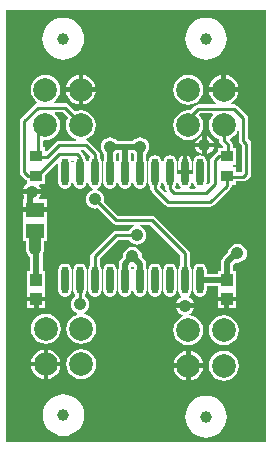
<source format=gtl>
G04 Layer_Physical_Order=1*
G04 Layer_Color=11767835*
%FSLAX25Y25*%
%MOIN*%
G70*
G01*
G75*
%ADD10O,0.02362X0.09055*%
%ADD11R,0.03937X0.03937*%
%ADD12R,0.05906X0.04724*%
%ADD13R,0.03937X0.03740*%
%ADD14C,0.02000*%
%ADD15C,0.01000*%
%ADD16C,0.04000*%
%ADD17C,0.07874*%
%ADD18C,0.03937*%
%ADD19C,0.04200*%
G36*
X87000Y500D02*
X500D01*
Y144500D01*
X87000D01*
Y500D01*
D02*
G37*
%LPC*%
G36*
X25000Y60058D02*
X24149Y59889D01*
X23428Y59407D01*
X22945Y58686D01*
X22776Y57835D01*
Y51142D01*
X22945Y50291D01*
X23351Y49684D01*
X23394Y49446D01*
X23300Y49103D01*
X22789Y48711D01*
X22292Y48063D01*
X21980Y47309D01*
X21873Y46500D01*
X21980Y45691D01*
X22292Y44937D01*
X22789Y44289D01*
X23437Y43792D01*
X23923Y43591D01*
X23921Y43050D01*
X22910Y42631D01*
X21879Y41840D01*
X21088Y40809D01*
X20590Y39608D01*
X20420Y38319D01*
X20590Y37030D01*
X21088Y35829D01*
X21879Y34798D01*
X22910Y34007D01*
X24111Y33509D01*
X25400Y33339D01*
X26689Y33509D01*
X27890Y34007D01*
X28921Y34798D01*
X29713Y35829D01*
X30210Y37030D01*
X30380Y38319D01*
X30210Y39608D01*
X29713Y40809D01*
X28921Y41840D01*
X27890Y42631D01*
X26689Y43129D01*
X26370Y43171D01*
X26302Y43684D01*
X26563Y43792D01*
X27211Y44289D01*
X27708Y44937D01*
X28020Y45691D01*
X28127Y46500D01*
X28020Y47309D01*
X27708Y48063D01*
X27211Y48711D01*
X26700Y49103D01*
X26606Y49446D01*
X26649Y49684D01*
X27055Y50291D01*
X27224Y51142D01*
Y57835D01*
X27055Y58686D01*
X26572Y59407D01*
X25851Y59889D01*
X25000Y60058D01*
D02*
G37*
G36*
X9719Y47419D02*
X7500D01*
Y45201D01*
X9719D01*
Y47419D01*
D02*
G37*
G36*
X13600Y43299D02*
X12311Y43129D01*
X11110Y42631D01*
X10079Y41840D01*
X9288Y40809D01*
X8790Y39608D01*
X8620Y38319D01*
X8790Y37030D01*
X9288Y35829D01*
X10079Y34798D01*
X11110Y34007D01*
X12311Y33509D01*
X13600Y33339D01*
X14889Y33509D01*
X16090Y34007D01*
X17121Y34798D01*
X17912Y35829D01*
X18410Y37030D01*
X18580Y38319D01*
X18410Y39608D01*
X17912Y40809D01*
X17121Y41840D01*
X16090Y42631D01*
X14889Y43129D01*
X13600Y43299D01*
D02*
G37*
G36*
X63028Y45250D02*
X56972D01*
X56980Y45191D01*
X57292Y44437D01*
X57789Y43789D01*
X58437Y43292D01*
X59191Y42980D01*
X59313Y42964D01*
X59381Y42450D01*
X58610Y42131D01*
X57579Y41340D01*
X56788Y40309D01*
X56290Y39108D01*
X56120Y37819D01*
X56290Y36530D01*
X56788Y35329D01*
X57579Y34298D01*
X58610Y33507D01*
X59811Y33009D01*
X61100Y32839D01*
X62389Y33009D01*
X63590Y33507D01*
X64621Y34298D01*
X65412Y35329D01*
X65910Y36530D01*
X66080Y37819D01*
X65910Y39108D01*
X65412Y40309D01*
X64621Y41340D01*
X63590Y42131D01*
X62389Y42629D01*
X61539Y42741D01*
X61471Y43254D01*
X61563Y43292D01*
X62211Y43789D01*
X62708Y44437D01*
X63020Y45191D01*
X63028Y45250D01*
D02*
G37*
G36*
X72900Y42799D02*
X71611Y42629D01*
X70410Y42131D01*
X69379Y41340D01*
X68588Y40309D01*
X68090Y39108D01*
X67920Y37819D01*
X68090Y36530D01*
X68588Y35329D01*
X69379Y34298D01*
X70410Y33507D01*
X71611Y33009D01*
X72900Y32839D01*
X74189Y33009D01*
X75390Y33507D01*
X76421Y34298D01*
X77213Y35329D01*
X77710Y36530D01*
X77880Y37819D01*
X77710Y39108D01*
X77213Y40309D01*
X76421Y41340D01*
X75390Y42131D01*
X74189Y42629D01*
X72900Y42799D01*
D02*
G37*
G36*
X13437Y47419D02*
X11219D01*
Y45201D01*
X13437D01*
Y47419D01*
D02*
G37*
G36*
X20000Y60058D02*
X19149Y59889D01*
X18428Y59407D01*
X17945Y58686D01*
X17776Y57835D01*
Y51142D01*
X17945Y50291D01*
X18428Y49569D01*
X19149Y49087D01*
X20000Y48918D01*
X20851Y49087D01*
X21573Y49569D01*
X22055Y50291D01*
X22224Y51142D01*
Y57835D01*
X22055Y58686D01*
X21573Y59407D01*
X20851Y59889D01*
X20000Y60058D01*
D02*
G37*
G36*
X35000D02*
X34149Y59889D01*
X33428Y59407D01*
X32945Y58686D01*
X32776Y57835D01*
Y51142D01*
X32945Y50291D01*
X33428Y49569D01*
X34149Y49087D01*
X35000Y48918D01*
X35851Y49087D01*
X36573Y49569D01*
X37055Y50291D01*
X37224Y51142D01*
Y57835D01*
X37055Y58686D01*
X36573Y59407D01*
X35851Y59889D01*
X35000Y60058D01*
D02*
G37*
G36*
X13500Y122972D02*
X12211Y122802D01*
X11010Y122305D01*
X9979Y121513D01*
X9188Y120482D01*
X8690Y119281D01*
X8520Y117992D01*
X8690Y116703D01*
X9188Y115502D01*
X9979Y114471D01*
X10636Y113967D01*
X10511Y113432D01*
X10415Y113413D01*
X9919Y113082D01*
X5419Y108581D01*
X5087Y108085D01*
X4971Y107500D01*
Y90500D01*
X5087Y89915D01*
X5419Y89419D01*
X6667Y88171D01*
X7163Y87839D01*
X7407Y87790D01*
Y86686D01*
X6789Y86211D01*
X6292Y85563D01*
X5980Y84809D01*
X5972Y84750D01*
X12028D01*
X12020Y84809D01*
X11708Y85563D01*
X11370Y86004D01*
X11616Y86504D01*
X13344D01*
Y89682D01*
X17276Y93613D01*
X17776Y93406D01*
Y87165D01*
X17945Y86314D01*
X18428Y85593D01*
X19149Y85111D01*
X20000Y84942D01*
X20851Y85111D01*
X21573Y85593D01*
X22055Y86314D01*
X22224Y87165D01*
Y93858D01*
X22155Y94206D01*
X22500Y94644D01*
X22845Y94206D01*
X22776Y93858D01*
Y87165D01*
X22945Y86314D01*
X23428Y85593D01*
X24149Y85111D01*
X25000Y84942D01*
X25851Y85111D01*
X26572Y85593D01*
X27055Y86314D01*
X27224Y87165D01*
Y93858D01*
X27055Y94709D01*
X26572Y95431D01*
X26529Y95460D01*
Y95500D01*
X26413Y96085D01*
X26081Y96582D01*
X25192Y97471D01*
X25399Y97971D01*
X26367D01*
X28417Y95920D01*
X28428Y95431D01*
X27946Y94709D01*
X27776Y93858D01*
Y87165D01*
X27946Y86314D01*
X28428Y85593D01*
X29149Y85111D01*
X29427Y85056D01*
X29410Y84549D01*
X29191Y84520D01*
X28437Y84208D01*
X27789Y83711D01*
X27292Y83063D01*
X26980Y82309D01*
X26873Y81500D01*
X26980Y80691D01*
X27292Y79937D01*
X27789Y79289D01*
X28437Y78792D01*
X29191Y78480D01*
X30000Y78373D01*
X30809Y78480D01*
X30843Y78494D01*
X35919Y73419D01*
X36415Y73087D01*
X36512Y73068D01*
X37000Y72971D01*
X42972D01*
X43071Y72471D01*
X42437Y72208D01*
X41789Y71711D01*
X41292Y71063D01*
X41278Y71029D01*
X37000D01*
X36512Y70932D01*
X36415Y70913D01*
X35919Y70582D01*
X28919Y63582D01*
X28587Y63085D01*
X28471Y62500D01*
Y59436D01*
X28428Y59407D01*
X27946Y58686D01*
X27776Y57835D01*
Y51142D01*
X27946Y50291D01*
X28428Y49569D01*
X29149Y49087D01*
X30000Y48918D01*
X30851Y49087D01*
X31572Y49569D01*
X32055Y50291D01*
X32224Y51142D01*
Y57835D01*
X32055Y58686D01*
X31572Y59407D01*
X31529Y59436D01*
Y61867D01*
X37634Y67971D01*
X41278D01*
X41292Y67937D01*
X41789Y67289D01*
X42437Y66792D01*
X43191Y66480D01*
X44000Y66373D01*
X44809Y66480D01*
X45563Y66792D01*
X46211Y67289D01*
X46708Y67937D01*
X47020Y68691D01*
X47127Y69500D01*
X47020Y70309D01*
X46708Y71063D01*
X46211Y71711D01*
X45563Y72208D01*
X44929Y72471D01*
X45028Y72971D01*
X48367D01*
X58471Y62867D01*
Y59436D01*
X58428Y59407D01*
X57946Y58686D01*
X57776Y57835D01*
Y51142D01*
X57946Y50291D01*
X58428Y49569D01*
X58727Y49369D01*
X58671Y48805D01*
X58437Y48708D01*
X57789Y48211D01*
X57292Y47563D01*
X56980Y46809D01*
X56972Y46750D01*
X63028D01*
X63020Y46809D01*
X62708Y47563D01*
X62211Y48211D01*
X61563Y48708D01*
X61329Y48805D01*
X61273Y49369D01*
X61572Y49569D01*
X62055Y50291D01*
X62224Y51142D01*
Y57835D01*
X62055Y58686D01*
X61572Y59407D01*
X61529Y59436D01*
Y63500D01*
X61413Y64085D01*
X61081Y64582D01*
X50081Y75582D01*
X49585Y75913D01*
X49000Y76029D01*
X37634D01*
X33006Y80657D01*
X33020Y80691D01*
X33127Y81500D01*
X33020Y82309D01*
X32708Y83063D01*
X32211Y83711D01*
X31563Y84208D01*
X30809Y84520D01*
X30590Y84549D01*
X30573Y85056D01*
X30851Y85111D01*
X31572Y85593D01*
X32055Y86314D01*
X32224Y87165D01*
Y93858D01*
X32055Y94709D01*
X31572Y95431D01*
X31529Y95460D01*
Y96500D01*
X31413Y97085D01*
X31082Y97581D01*
X28082Y100582D01*
X27585Y100913D01*
X27488Y100932D01*
X27112Y101504D01*
X27131Y101596D01*
X27790Y101869D01*
X28821Y102660D01*
X29612Y103691D01*
X30110Y104892D01*
X30280Y106181D01*
X30110Y107470D01*
X29612Y108671D01*
X28821Y109702D01*
X27790Y110494D01*
X26589Y110991D01*
X25300Y111161D01*
X24011Y110991D01*
X23418Y110745D01*
X21081Y113082D01*
X20585Y113413D01*
X20000Y113529D01*
X16615D01*
X16446Y114029D01*
X17021Y114471D01*
X17812Y115502D01*
X18310Y116703D01*
X18480Y117992D01*
X18310Y119281D01*
X17812Y120482D01*
X17021Y121513D01*
X15990Y122305D01*
X14789Y122802D01*
X13500Y122972D01*
D02*
G37*
G36*
X73158Y47478D02*
X70939D01*
Y45260D01*
X73158D01*
Y47478D01*
D02*
G37*
G36*
X76876D02*
X74657D01*
Y45260D01*
X76876D01*
Y47478D01*
D02*
G37*
G36*
X14350Y31389D02*
Y27258D01*
X18481D01*
X18410Y27797D01*
X17912Y28998D01*
X17121Y30029D01*
X16090Y30820D01*
X14889Y31318D01*
X14350Y31389D01*
D02*
G37*
G36*
X60350Y25258D02*
X56219D01*
X56290Y24719D01*
X56788Y23518D01*
X57579Y22487D01*
X58610Y21695D01*
X59811Y21198D01*
X60350Y21127D01*
Y25258D01*
D02*
G37*
G36*
X65981D02*
X61850D01*
Y21127D01*
X62389Y21198D01*
X63590Y21695D01*
X64621Y22487D01*
X65412Y23518D01*
X65910Y24719D01*
X65981Y25258D01*
D02*
G37*
G36*
X72900Y30988D02*
X71611Y30818D01*
X70410Y30320D01*
X69379Y29529D01*
X68588Y28498D01*
X68090Y27297D01*
X67920Y26008D01*
X68090Y24719D01*
X68588Y23518D01*
X69379Y22487D01*
X70410Y21695D01*
X71611Y21198D01*
X72900Y21028D01*
X74189Y21198D01*
X75390Y21695D01*
X76421Y22487D01*
X77213Y23518D01*
X77710Y24719D01*
X77880Y26008D01*
X77710Y27297D01*
X77213Y28498D01*
X76421Y29529D01*
X75390Y30320D01*
X74189Y30818D01*
X72900Y30988D01*
D02*
G37*
G36*
X67000Y15939D02*
X65646Y15806D01*
X64345Y15411D01*
X63145Y14770D01*
X62094Y13907D01*
X61231Y12855D01*
X60589Y11655D01*
X60194Y10354D01*
X60061Y9000D01*
X60194Y7646D01*
X60589Y6345D01*
X61231Y5145D01*
X62094Y4093D01*
X63145Y3231D01*
X64345Y2589D01*
X65646Y2194D01*
X67000Y2061D01*
X68354Y2194D01*
X69656Y2589D01*
X70855Y3231D01*
X71907Y4093D01*
X72770Y5145D01*
X73411Y6345D01*
X73806Y7646D01*
X73939Y9000D01*
X73806Y10354D01*
X73411Y11655D01*
X72770Y12855D01*
X71907Y13907D01*
X70855Y14770D01*
X69656Y15411D01*
X68354Y15806D01*
X67000Y15939D01*
D02*
G37*
G36*
X19500Y16439D02*
X18146Y16306D01*
X16845Y15911D01*
X15645Y15270D01*
X14593Y14407D01*
X13731Y13355D01*
X13089Y12156D01*
X12695Y10854D01*
X12561Y9500D01*
X12695Y8146D01*
X13089Y6845D01*
X13731Y5645D01*
X14593Y4594D01*
X15645Y3731D01*
X16845Y3089D01*
X18146Y2695D01*
X19500Y2561D01*
X20854Y2695D01*
X22155Y3089D01*
X23355Y3731D01*
X24407Y4594D01*
X25270Y5645D01*
X25911Y6845D01*
X26306Y8146D01*
X26439Y9500D01*
X26306Y10854D01*
X25911Y12156D01*
X25270Y13355D01*
X24407Y14407D01*
X23355Y15270D01*
X22155Y15911D01*
X20854Y16306D01*
X19500Y16439D01*
D02*
G37*
G36*
X25400Y31488D02*
X24111Y31318D01*
X22910Y30820D01*
X21879Y30029D01*
X21088Y28998D01*
X20590Y27797D01*
X20420Y26508D01*
X20590Y25219D01*
X21088Y24018D01*
X21879Y22987D01*
X22910Y22195D01*
X24111Y21698D01*
X25400Y21528D01*
X26689Y21698D01*
X27890Y22195D01*
X28921Y22987D01*
X29713Y24018D01*
X30210Y25219D01*
X30380Y26508D01*
X30210Y27797D01*
X29713Y28998D01*
X28921Y30029D01*
X27890Y30820D01*
X26689Y31318D01*
X25400Y31488D01*
D02*
G37*
G36*
X61850Y30889D02*
Y26758D01*
X65981D01*
X65910Y27297D01*
X65412Y28498D01*
X64621Y29529D01*
X63590Y30320D01*
X62389Y30818D01*
X61850Y30889D01*
D02*
G37*
G36*
X12850Y31389D02*
X12311Y31318D01*
X11110Y30820D01*
X10079Y30029D01*
X9288Y28998D01*
X8790Y27797D01*
X8719Y27258D01*
X12850D01*
Y31389D01*
D02*
G37*
G36*
X60350Y30889D02*
X59811Y30818D01*
X58610Y30320D01*
X57579Y29529D01*
X56788Y28498D01*
X56290Y27297D01*
X56219Y26758D01*
X60350D01*
Y30889D01*
D02*
G37*
G36*
X12850Y25758D02*
X8719D01*
X8790Y25219D01*
X9288Y24018D01*
X10079Y22987D01*
X11110Y22195D01*
X12311Y21698D01*
X12850Y21627D01*
Y25758D01*
D02*
G37*
G36*
X18481D02*
X14350D01*
Y21627D01*
X14889Y21698D01*
X16090Y22195D01*
X17121Y22987D01*
X17912Y24018D01*
X18410Y25219D01*
X18481Y25758D01*
D02*
G37*
G36*
X42500Y65627D02*
X41691Y65520D01*
X40937Y65208D01*
X40289Y64711D01*
X39792Y64063D01*
X39480Y63309D01*
X39373Y62500D01*
X39402Y62285D01*
X38558Y61442D01*
X38116Y60780D01*
X37961Y60000D01*
Y58709D01*
X37946Y58686D01*
X37776Y57835D01*
Y51142D01*
X37946Y50291D01*
X38428Y49569D01*
X39149Y49087D01*
X40000Y48918D01*
X40851Y49087D01*
X41572Y49569D01*
X42055Y50291D01*
X42224Y51142D01*
Y57835D01*
X42055Y58686D01*
X42039Y58709D01*
Y59010D01*
X42446Y59380D01*
X42500Y59373D01*
X42554Y59380D01*
X42961Y59010D01*
Y58709D01*
X42946Y58686D01*
X42776Y57835D01*
Y51142D01*
X42946Y50291D01*
X43428Y49569D01*
X44149Y49087D01*
X45000Y48918D01*
X45851Y49087D01*
X46573Y49569D01*
X47055Y50291D01*
X47224Y51142D01*
Y57835D01*
X47055Y58686D01*
X47039Y58709D01*
Y60000D01*
X46884Y60780D01*
X46442Y61442D01*
X45599Y62285D01*
X45627Y62500D01*
X45520Y63309D01*
X45208Y64063D01*
X44711Y64711D01*
X44063Y65208D01*
X43309Y65520D01*
X42500Y65627D01*
D02*
G37*
G36*
X24550Y117242D02*
X20419D01*
X20490Y116703D01*
X20988Y115502D01*
X21779Y114471D01*
X22810Y113680D01*
X24011Y113182D01*
X24550Y113111D01*
Y117242D01*
D02*
G37*
G36*
X30181D02*
X26050D01*
Y113111D01*
X26589Y113182D01*
X27790Y113680D01*
X28821Y114471D01*
X29612Y115502D01*
X30110Y116703D01*
X30181Y117242D01*
D02*
G37*
G36*
X61100Y122972D02*
X59811Y122802D01*
X58610Y122305D01*
X57579Y121513D01*
X56788Y120482D01*
X56290Y119281D01*
X56120Y117992D01*
X56290Y116703D01*
X56788Y115502D01*
X57579Y114471D01*
X58610Y113680D01*
X59811Y113182D01*
X61100Y113013D01*
X62389Y113182D01*
X63590Y113680D01*
X64621Y114471D01*
X65412Y115502D01*
X65910Y116703D01*
X66080Y117992D01*
X65910Y119281D01*
X65412Y120482D01*
X64621Y121513D01*
X63590Y122305D01*
X62389Y122802D01*
X61100Y122972D01*
D02*
G37*
G36*
X45000Y102127D02*
X44191Y102020D01*
X43437Y101708D01*
X42789Y101211D01*
X42657Y101039D01*
X37343D01*
X37211Y101211D01*
X36563Y101708D01*
X35809Y102020D01*
X35000Y102127D01*
X34191Y102020D01*
X33437Y101708D01*
X32789Y101211D01*
X32292Y100563D01*
X31980Y99809D01*
X31873Y99000D01*
X31980Y98191D01*
X32292Y97437D01*
X32789Y96789D01*
X32961Y96657D01*
Y94732D01*
X32945Y94709D01*
X32776Y93858D01*
Y87165D01*
X32945Y86314D01*
X33428Y85593D01*
X34149Y85111D01*
X35000Y84942D01*
X35851Y85111D01*
X36573Y85593D01*
X37055Y86314D01*
X37224Y87165D01*
Y93858D01*
X37055Y94709D01*
X37039Y94732D01*
Y96657D01*
X37211Y96789D01*
X37343Y96961D01*
X37961D01*
Y94732D01*
X37946Y94709D01*
X37776Y93858D01*
Y87165D01*
X37946Y86314D01*
X38428Y85593D01*
X39149Y85111D01*
X40000Y84942D01*
X40851Y85111D01*
X41572Y85593D01*
X42055Y86314D01*
X42224Y87165D01*
Y93858D01*
X42055Y94709D01*
X42039Y94732D01*
Y96961D01*
X42657D01*
X42789Y96789D01*
X42961Y96657D01*
Y94732D01*
X42946Y94709D01*
X42776Y93858D01*
Y87165D01*
X42946Y86314D01*
X43428Y85593D01*
X44149Y85111D01*
X45000Y84942D01*
X45851Y85111D01*
X46573Y85593D01*
X47055Y86314D01*
X47224Y87165D01*
Y93858D01*
X47055Y94709D01*
X47039Y94732D01*
Y96657D01*
X47211Y96789D01*
X47708Y97437D01*
X48020Y98191D01*
X48127Y99000D01*
X48020Y99809D01*
X47708Y100563D01*
X47211Y101211D01*
X46563Y101708D01*
X45809Y102020D01*
X45000Y102127D01*
D02*
G37*
G36*
X77781Y117242D02*
X68019D01*
X68090Y116703D01*
X68588Y115502D01*
X69379Y114471D01*
X70410Y113680D01*
X70488Y113648D01*
X70388Y113148D01*
X64437D01*
X63852Y113031D01*
X63356Y112700D01*
X61733Y111077D01*
X61100Y111161D01*
X59811Y110991D01*
X58610Y110494D01*
X57579Y109702D01*
X56788Y108671D01*
X56290Y107470D01*
X56120Y106181D01*
X56290Y104892D01*
X56788Y103691D01*
X57579Y102660D01*
X58610Y101869D01*
X59811Y101371D01*
X61100Y101201D01*
X62389Y101371D01*
X63590Y101869D01*
X64621Y102660D01*
X65412Y103691D01*
X65910Y104892D01*
X66080Y106181D01*
X65910Y107470D01*
X65412Y108671D01*
X64648Y109667D01*
X65071Y110089D01*
X69125D01*
X69292Y109589D01*
X68588Y108671D01*
X68090Y107470D01*
X67920Y106181D01*
X68090Y104892D01*
X68588Y103691D01*
X69379Y102660D01*
X70410Y101869D01*
X71371Y101471D01*
Y101100D01*
X71487Y100515D01*
X71819Y100019D01*
X72719Y99118D01*
X72619Y98618D01*
X71032D01*
Y97332D01*
X70785Y97283D01*
X70289Y96952D01*
X68919Y95582D01*
X68587Y95085D01*
X68471Y94500D01*
Y87134D01*
X67527Y86190D01*
X67082Y86452D01*
X67224Y87165D01*
Y93858D01*
X67055Y94709D01*
X66572Y95431D01*
X65851Y95913D01*
X65000Y96082D01*
X64149Y95913D01*
X63428Y95431D01*
X62945Y94709D01*
X62776Y93858D01*
Y87165D01*
X62945Y86314D01*
X63428Y85593D01*
X63523Y85529D01*
X63371Y85029D01*
X61629D01*
X61478Y85529D01*
X61572Y85593D01*
X62055Y86314D01*
X62224Y87165D01*
Y89762D01*
X57776D01*
Y87165D01*
X57946Y86314D01*
X58428Y85593D01*
X58523Y85529D01*
X58371Y85029D01*
X57134D01*
X56572Y85591D01*
X56573Y85593D01*
X57055Y86314D01*
X57224Y87165D01*
Y93858D01*
X57055Y94709D01*
X56573Y95431D01*
X55851Y95913D01*
X55000Y96082D01*
X54149Y95913D01*
X53428Y95431D01*
X52946Y94709D01*
X52776Y93858D01*
Y87165D01*
X52946Y86314D01*
X53428Y85593D01*
X53471Y85564D01*
Y85000D01*
X53587Y84415D01*
X53852Y84018D01*
X53464Y83699D01*
X51572Y85591D01*
X51573Y85593D01*
X52055Y86314D01*
X52224Y87165D01*
Y93858D01*
X52055Y94709D01*
X51573Y95431D01*
X50851Y95913D01*
X50000Y96082D01*
X49149Y95913D01*
X48428Y95431D01*
X47945Y94709D01*
X47776Y93858D01*
Y87165D01*
X47945Y86314D01*
X48428Y85593D01*
X48471Y85564D01*
Y85000D01*
X48587Y84415D01*
X48919Y83919D01*
X53419Y79419D01*
X53915Y79087D01*
X54500Y78971D01*
X68500D01*
X69085Y79087D01*
X69582Y79419D01*
X75081Y84919D01*
X75413Y85415D01*
X75432Y85512D01*
X75529Y86000D01*
Y86382D01*
X76969D01*
Y87471D01*
X79500D01*
X80085Y87587D01*
X80581Y87919D01*
X81550Y88887D01*
X81881Y89383D01*
X81998Y89969D01*
Y100031D01*
X81881Y100617D01*
X81550Y101113D01*
X81029Y101634D01*
Y108500D01*
X80913Y109085D01*
X80581Y109581D01*
X77463Y112700D01*
X76967Y113031D01*
X76382Y113148D01*
X75412D01*
X75312Y113648D01*
X75390Y113680D01*
X76421Y114471D01*
X77213Y115502D01*
X77710Y116703D01*
X77781Y117242D01*
D02*
G37*
G36*
X24550Y122873D02*
X24011Y122802D01*
X22810Y122305D01*
X21779Y121513D01*
X20988Y120482D01*
X20490Y119281D01*
X20419Y118742D01*
X24550D01*
Y122873D01*
D02*
G37*
G36*
X19400Y141939D02*
X18046Y141806D01*
X16745Y141411D01*
X15545Y140770D01*
X14493Y139907D01*
X13631Y138855D01*
X12989Y137655D01*
X12595Y136354D01*
X12461Y135000D01*
X12595Y133646D01*
X12989Y132345D01*
X13631Y131145D01*
X14493Y130094D01*
X15545Y129230D01*
X16745Y128589D01*
X18046Y128194D01*
X19400Y128061D01*
X20754Y128194D01*
X22055Y128589D01*
X23255Y129230D01*
X24307Y130094D01*
X25170Y131145D01*
X25811Y132345D01*
X26206Y133646D01*
X26339Y135000D01*
X26206Y136354D01*
X25811Y137655D01*
X25170Y138855D01*
X24307Y139907D01*
X23255Y140770D01*
X22055Y141411D01*
X20754Y141806D01*
X19400Y141939D01*
D02*
G37*
G36*
X67000D02*
X65646Y141806D01*
X64345Y141411D01*
X63145Y140770D01*
X62094Y139907D01*
X61231Y138855D01*
X60589Y137655D01*
X60194Y136354D01*
X60061Y135000D01*
X60194Y133646D01*
X60589Y132345D01*
X61231Y131145D01*
X62094Y130094D01*
X63145Y129230D01*
X64345Y128589D01*
X65646Y128194D01*
X67000Y128061D01*
X68354Y128194D01*
X69656Y128589D01*
X70855Y129230D01*
X71907Y130094D01*
X72770Y131145D01*
X73411Y132345D01*
X73806Y133646D01*
X73939Y135000D01*
X73806Y136354D01*
X73411Y137655D01*
X72770Y138855D01*
X71907Y139907D01*
X70855Y140770D01*
X69656Y141411D01*
X68354Y141806D01*
X67000Y141939D01*
D02*
G37*
G36*
X73650Y122873D02*
Y118742D01*
X77781D01*
X77710Y119281D01*
X77213Y120482D01*
X76421Y121513D01*
X75390Y122305D01*
X74189Y122802D01*
X73650Y122873D01*
D02*
G37*
G36*
X26050D02*
Y118742D01*
X30181D01*
X30110Y119281D01*
X29612Y120482D01*
X28821Y121513D01*
X27790Y122305D01*
X26589Y122802D01*
X26050Y122873D01*
D02*
G37*
G36*
X72150D02*
X71611Y122802D01*
X70410Y122305D01*
X69379Y121513D01*
X68588Y120482D01*
X68090Y119281D01*
X68019Y118742D01*
X72150D01*
Y122873D01*
D02*
G37*
G36*
X67250Y102528D02*
Y100250D01*
X69528D01*
X69520Y100309D01*
X69208Y101063D01*
X68711Y101711D01*
X68063Y102208D01*
X67309Y102520D01*
X67250Y102528D01*
D02*
G37*
G36*
X77500Y66627D02*
X76691Y66520D01*
X75937Y66208D01*
X75289Y65711D01*
X74792Y65063D01*
X74480Y64309D01*
X74412Y63796D01*
X72505Y61889D01*
X72063Y61227D01*
X71908Y60447D01*
Y57496D01*
X70939D01*
Y56527D01*
X67224D01*
Y57835D01*
X67055Y58686D01*
X66572Y59407D01*
X65851Y59889D01*
X65000Y60058D01*
X64149Y59889D01*
X63428Y59407D01*
X62945Y58686D01*
X62776Y57835D01*
Y51142D01*
X62945Y50291D01*
X63428Y49569D01*
X64149Y49087D01*
X65000Y48918D01*
X65851Y49087D01*
X66572Y49569D01*
X67055Y50291D01*
X67224Y51142D01*
Y52449D01*
X70939D01*
Y51559D01*
X70939D01*
Y51197D01*
X70939D01*
Y48978D01*
X76876D01*
Y51197D01*
X76876D01*
Y51559D01*
X76876D01*
Y57496D01*
X75986D01*
Y59602D01*
X76844Y60460D01*
X77500Y60373D01*
X78309Y60480D01*
X79063Y60792D01*
X79711Y61289D01*
X80208Y61937D01*
X80520Y62691D01*
X80627Y63500D01*
X80520Y64309D01*
X80208Y65063D01*
X79711Y65711D01*
X79063Y66208D01*
X78309Y66520D01*
X77500Y66627D01*
D02*
G37*
G36*
X12028Y83250D02*
X5972D01*
X5980Y83191D01*
X6292Y82437D01*
X6461Y82217D01*
Y81406D01*
X6047D01*
Y78793D01*
X13953D01*
Y81406D01*
X11471D01*
X11300Y81906D01*
X11708Y82437D01*
X12020Y83191D01*
X12028Y83250D01*
D02*
G37*
G36*
X13953Y77293D02*
X6047D01*
Y74681D01*
X6047D01*
Y74319D01*
X6047D01*
Y67594D01*
X6974D01*
Y65766D01*
X6873Y65000D01*
X6980Y64191D01*
X7292Y63437D01*
X7789Y62789D01*
X8429Y62298D01*
Y57437D01*
X7500D01*
Y51500D01*
X7500D01*
Y51138D01*
X7500D01*
Y48919D01*
X13437D01*
Y51138D01*
X13437D01*
Y51500D01*
X13437D01*
Y57437D01*
X12508D01*
Y63176D01*
X12708Y63437D01*
X13020Y64191D01*
X13127Y65000D01*
X13026Y65766D01*
Y67594D01*
X13953D01*
Y74319D01*
X13953D01*
Y74681D01*
X13953D01*
Y77293D01*
D02*
G37*
G36*
X50000Y60058D02*
X49149Y59889D01*
X48428Y59407D01*
X47945Y58686D01*
X47776Y57835D01*
Y51142D01*
X47945Y50291D01*
X48428Y49569D01*
X49149Y49087D01*
X50000Y48918D01*
X50851Y49087D01*
X51573Y49569D01*
X52055Y50291D01*
X52224Y51142D01*
Y57835D01*
X52055Y58686D01*
X51573Y59407D01*
X50851Y59889D01*
X50000Y60058D01*
D02*
G37*
G36*
X55000D02*
X54149Y59889D01*
X53428Y59407D01*
X52946Y58686D01*
X52776Y57835D01*
Y51142D01*
X52946Y50291D01*
X53428Y49569D01*
X54149Y49087D01*
X55000Y48918D01*
X55851Y49087D01*
X56573Y49569D01*
X57055Y50291D01*
X57224Y51142D01*
Y57835D01*
X57055Y58686D01*
X56573Y59407D01*
X55851Y59889D01*
X55000Y60058D01*
D02*
G37*
G36*
X59250Y95933D02*
X59149Y95913D01*
X58428Y95431D01*
X57946Y94709D01*
X57776Y93858D01*
Y91262D01*
X59250D01*
Y95933D01*
D02*
G37*
G36*
X69528Y98750D02*
X67250D01*
Y96472D01*
X67309Y96480D01*
X68063Y96792D01*
X68711Y97289D01*
X69208Y97937D01*
X69520Y98691D01*
X69528Y98750D01*
D02*
G37*
G36*
X65750Y102528D02*
X65691Y102520D01*
X64937Y102208D01*
X64289Y101711D01*
X63792Y101063D01*
X63480Y100309D01*
X63472Y100250D01*
X65750D01*
Y102528D01*
D02*
G37*
G36*
Y98750D02*
X63472D01*
X63480Y98691D01*
X63792Y97937D01*
X64289Y97289D01*
X64937Y96792D01*
X65691Y96480D01*
X65750Y96472D01*
Y98750D01*
D02*
G37*
G36*
X60750Y95933D02*
Y91262D01*
X62224D01*
Y93858D01*
X62055Y94709D01*
X61572Y95431D01*
X60851Y95913D01*
X60750Y95933D01*
D02*
G37*
%LPD*%
G36*
X77971Y104215D02*
Y101000D01*
X78087Y100415D01*
X78419Y99919D01*
X78939Y99398D01*
Y90602D01*
X78867Y90529D01*
X76969D01*
Y92122D01*
X76000D01*
Y92878D01*
X76969D01*
Y98618D01*
X75848D01*
Y99681D01*
X75732Y100266D01*
X75400Y100763D01*
X74933Y101230D01*
X75031Y101720D01*
X75390Y101869D01*
X76421Y102660D01*
X77213Y103691D01*
X77471Y104315D01*
X77971Y104215D01*
D02*
G37*
G36*
X21065Y108772D02*
X20988Y108671D01*
X20490Y107470D01*
X20320Y106181D01*
X20490Y104892D01*
X20988Y103691D01*
X21779Y102660D01*
X22810Y101869D01*
X23629Y101529D01*
X23530Y101029D01*
X18000D01*
X17512Y100932D01*
X17415Y100913D01*
X16919Y100582D01*
X13845Y97507D01*
X13344Y97715D01*
Y98740D01*
X12529D01*
Y100950D01*
X12905Y101280D01*
X13500Y101201D01*
X14789Y101371D01*
X15990Y101869D01*
X17021Y102660D01*
X17812Y103691D01*
X18310Y104892D01*
X18480Y106181D01*
X18310Y107470D01*
X17812Y108671D01*
X17021Y109702D01*
X16637Y109997D01*
X16797Y110471D01*
X19367D01*
X21065Y108772D01*
D02*
G37*
D10*
X65000Y90512D02*
D03*
X60000D02*
D03*
X55000D02*
D03*
X50000D02*
D03*
X45000D02*
D03*
X40000D02*
D03*
X35000D02*
D03*
X30000D02*
D03*
X25000D02*
D03*
X20000D02*
D03*
X65000Y54488D02*
D03*
X60000D02*
D03*
X55000D02*
D03*
X50000D02*
D03*
X45000D02*
D03*
X40000D02*
D03*
X35000D02*
D03*
X30000D02*
D03*
X25000D02*
D03*
X20000D02*
D03*
D11*
X73908Y54528D02*
D03*
Y48228D02*
D03*
X10469Y54469D02*
D03*
Y48169D02*
D03*
D12*
X10000Y78043D02*
D03*
Y70957D02*
D03*
D13*
X10376Y95870D02*
D03*
Y89374D02*
D03*
X74000Y89252D02*
D03*
Y95748D02*
D03*
D14*
X35000Y99000D02*
X45000D01*
X10000Y65000D02*
X10469Y64532D01*
Y54469D02*
Y64532D01*
X65000Y54488D02*
X73947D01*
Y60447D01*
X77000Y63500D01*
X77500D01*
X8500Y78043D02*
Y83000D01*
X42500Y62500D02*
X45000Y60000D01*
Y54488D02*
Y60000D01*
X40000D02*
X42500Y62500D01*
X40000Y54488D02*
Y60000D01*
Y90512D02*
Y99000D01*
X45000Y90512D02*
Y99000D01*
X35000Y90512D02*
Y99000D01*
D15*
X74000Y89000D02*
X79500D01*
X74000Y86000D02*
Y89000D01*
X68500Y80500D02*
X74000Y86000D01*
X71370Y95870D02*
X74122D01*
X70000Y94500D02*
X71370Y95870D01*
X70000Y86500D02*
Y94500D01*
X67000Y83500D02*
X70000Y86500D01*
X74319Y95870D02*
Y99681D01*
X72900Y101100D02*
X74319Y99681D01*
X72900Y101100D02*
Y106181D01*
X70800D02*
X72900D01*
X6500Y107500D02*
X11000Y112000D01*
X6500Y90500D02*
Y107500D01*
X7748Y89252D02*
X10752D01*
X6500Y90500D02*
X7748Y89252D01*
X11000Y95500D02*
X14000D01*
X11000Y103681D02*
X13500Y106181D01*
X11000Y95500D02*
Y103681D01*
X18000Y99500D02*
X27000D01*
X14000Y95500D02*
X18000Y99500D01*
X79500Y101000D02*
Y108500D01*
X76382Y111618D02*
X79500Y108500D01*
X64437Y111618D02*
X76382D01*
X79500Y101000D02*
X80469Y100031D01*
Y89969D02*
Y100031D01*
X79500Y89000D02*
X80469Y89969D01*
X56500Y83500D02*
X67000D01*
X18039Y96539D02*
X23961D01*
X10752Y89252D02*
X18039Y96539D01*
X25000Y90512D02*
Y95500D01*
X23961Y96539D02*
X25000Y95500D01*
X9000Y83500D02*
Y84000D01*
X8500Y83000D02*
X9000Y83500D01*
X60000Y46000D02*
Y47000D01*
X37000Y69500D02*
X44000D01*
X30000Y62500D02*
X37000Y69500D01*
X30000Y54488D02*
Y62500D01*
Y81500D02*
X37000Y74500D01*
X49000D01*
X60000Y63500D01*
Y54488D02*
Y63500D01*
X25000Y46500D02*
Y54488D01*
X27000Y99500D02*
X30000Y96500D01*
X25000Y90217D02*
Y90512D01*
X30000Y90217D02*
Y96500D01*
X25300Y106181D02*
Y106700D01*
X11000Y112000D02*
X20000D01*
X25300Y106700D01*
X59000Y106181D02*
X64437Y111618D01*
X54500Y80500D02*
X68500D01*
X50000Y85000D02*
X54500Y80500D01*
X50000Y85000D02*
Y90217D01*
X55000Y85000D02*
X56500Y83500D01*
X55000Y85000D02*
Y90217D01*
D16*
X10000Y65000D02*
Y70957D01*
D17*
X61100Y106181D02*
D03*
X72900D02*
D03*
Y117992D02*
D03*
X61100D02*
D03*
X13500Y106181D02*
D03*
X25300D02*
D03*
Y117992D02*
D03*
X13500D02*
D03*
X72900Y37819D02*
D03*
X61100D02*
D03*
Y26008D02*
D03*
X72900D02*
D03*
X25400Y38319D02*
D03*
X13600D02*
D03*
Y26508D02*
D03*
X25400D02*
D03*
D18*
X67000Y135000D02*
D03*
X19400D02*
D03*
X67000Y9000D02*
D03*
X19500Y9500D02*
D03*
D19*
X35000Y99000D02*
D03*
X66500Y99500D02*
D03*
X77500Y63500D02*
D03*
X45000Y99000D02*
D03*
X9000Y84000D02*
D03*
X60000Y46000D02*
D03*
X44000Y69500D02*
D03*
X30000Y81500D02*
D03*
X42500Y62500D02*
D03*
X25000Y46500D02*
D03*
X10000Y65000D02*
D03*
M02*

</source>
